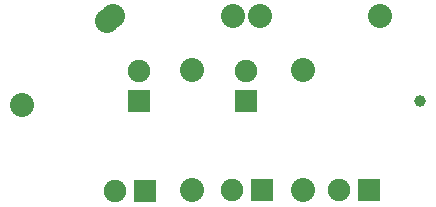
<source format=gbl>
G04 MADE WITH FRITZING*
G04 WWW.FRITZING.ORG*
G04 DOUBLE SIDED*
G04 HOLES PLATED*
G04 CONTOUR ON CENTER OF CONTOUR VECTOR*
%ASAXBY*%
%FSLAX23Y23*%
%MOIN*%
%OFA0B0*%
%SFA1.0B1.0*%
%ADD10C,0.080000*%
%ADD11C,0.075000*%
%ADD12C,0.039370*%
%ADD13R,0.075000X0.075000*%
%LNCOPPER0*%
G90*
G70*
G54D10*
X639Y708D03*
X356Y425D03*
X639Y708D03*
X356Y425D03*
X1059Y722D03*
X659Y722D03*
X1059Y722D03*
X659Y722D03*
X1293Y544D03*
X1293Y144D03*
X1293Y544D03*
X1293Y144D03*
X1548Y722D03*
X1148Y722D03*
X1548Y722D03*
X1148Y722D03*
X923Y543D03*
X923Y143D03*
X923Y543D03*
X923Y143D03*
G54D11*
X1102Y439D03*
X1102Y539D03*
X765Y141D03*
X665Y141D03*
X1154Y143D03*
X1054Y143D03*
X1511Y142D03*
X1411Y142D03*
X745Y440D03*
X745Y540D03*
G54D12*
X1680Y439D03*
G54D13*
X1102Y439D03*
X765Y141D03*
X1154Y143D03*
X1511Y142D03*
X745Y440D03*
G04 End of Copper0*
M02*
</source>
